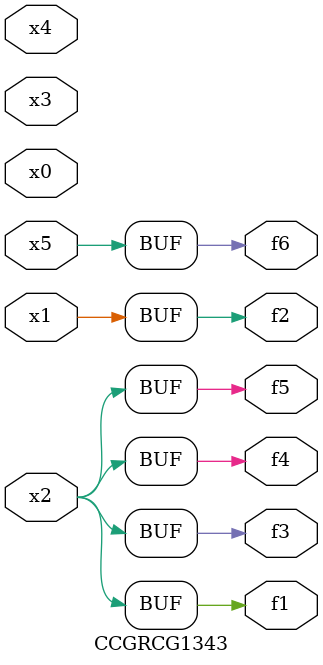
<source format=v>
module CCGRCG1343(
	input x0, x1, x2, x3, x4, x5,
	output f1, f2, f3, f4, f5, f6
);
	assign f1 = x2;
	assign f2 = x1;
	assign f3 = x2;
	assign f4 = x2;
	assign f5 = x2;
	assign f6 = x5;
endmodule

</source>
